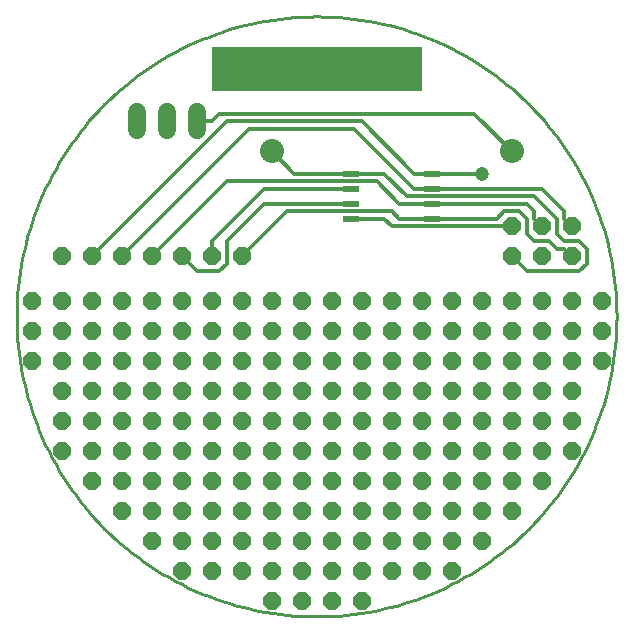
<source format=gbl>
G75*
%MOIN*%
%OFA0B0*%
%FSLAX25Y25*%
%IPPOS*%
%LPD*%
%AMOC8*
5,1,8,0,0,1.08239X$1,22.5*
%
%ADD10C,0.01000*%
%ADD11R,0.70000X0.15000*%
%ADD12C,0.08000*%
%ADD13R,0.05512X0.01969*%
%ADD14OC8,0.06000*%
%ADD15C,0.06000*%
%ADD16C,0.01181*%
%ADD17OC8,0.05906*%
%ADD18C,0.04750*%
D10*
X0001500Y0101500D02*
X0001530Y0103954D01*
X0001620Y0106407D01*
X0001771Y0108856D01*
X0001982Y0111302D01*
X0002252Y0113741D01*
X0002582Y0116173D01*
X0002972Y0118596D01*
X0003421Y0121009D01*
X0003930Y0123410D01*
X0004497Y0125798D01*
X0005122Y0128171D01*
X0005806Y0130528D01*
X0006547Y0132868D01*
X0007346Y0135189D01*
X0008201Y0137490D01*
X0009112Y0139768D01*
X0010079Y0142024D01*
X0011101Y0144256D01*
X0012178Y0146461D01*
X0013308Y0148640D01*
X0014491Y0150790D01*
X0015727Y0152910D01*
X0017015Y0155000D01*
X0018353Y0157057D01*
X0019742Y0159081D01*
X0021179Y0161070D01*
X0022665Y0163023D01*
X0024199Y0164939D01*
X0025779Y0166817D01*
X0027405Y0168656D01*
X0029075Y0170454D01*
X0030789Y0172211D01*
X0032546Y0173925D01*
X0034344Y0175595D01*
X0036183Y0177221D01*
X0038061Y0178801D01*
X0039977Y0180335D01*
X0041930Y0181821D01*
X0043919Y0183258D01*
X0045943Y0184647D01*
X0048000Y0185985D01*
X0050090Y0187273D01*
X0052210Y0188509D01*
X0054360Y0189692D01*
X0056539Y0190822D01*
X0058744Y0191899D01*
X0060976Y0192921D01*
X0063232Y0193888D01*
X0065510Y0194799D01*
X0067811Y0195654D01*
X0070132Y0196453D01*
X0072472Y0197194D01*
X0074829Y0197878D01*
X0077202Y0198503D01*
X0079590Y0199070D01*
X0081991Y0199579D01*
X0084404Y0200028D01*
X0086827Y0200418D01*
X0089259Y0200748D01*
X0091698Y0201018D01*
X0094144Y0201229D01*
X0096593Y0201380D01*
X0099046Y0201470D01*
X0101500Y0201500D01*
X0103954Y0201470D01*
X0106407Y0201380D01*
X0108856Y0201229D01*
X0111302Y0201018D01*
X0113741Y0200748D01*
X0116173Y0200418D01*
X0118596Y0200028D01*
X0121009Y0199579D01*
X0123410Y0199070D01*
X0125798Y0198503D01*
X0128171Y0197878D01*
X0130528Y0197194D01*
X0132868Y0196453D01*
X0135189Y0195654D01*
X0137490Y0194799D01*
X0139768Y0193888D01*
X0142024Y0192921D01*
X0144256Y0191899D01*
X0146461Y0190822D01*
X0148640Y0189692D01*
X0150790Y0188509D01*
X0152910Y0187273D01*
X0155000Y0185985D01*
X0157057Y0184647D01*
X0159081Y0183258D01*
X0161070Y0181821D01*
X0163023Y0180335D01*
X0164939Y0178801D01*
X0166817Y0177221D01*
X0168656Y0175595D01*
X0170454Y0173925D01*
X0172211Y0172211D01*
X0173925Y0170454D01*
X0175595Y0168656D01*
X0177221Y0166817D01*
X0178801Y0164939D01*
X0180335Y0163023D01*
X0181821Y0161070D01*
X0183258Y0159081D01*
X0184647Y0157057D01*
X0185985Y0155000D01*
X0187273Y0152910D01*
X0188509Y0150790D01*
X0189692Y0148640D01*
X0190822Y0146461D01*
X0191899Y0144256D01*
X0192921Y0142024D01*
X0193888Y0139768D01*
X0194799Y0137490D01*
X0195654Y0135189D01*
X0196453Y0132868D01*
X0197194Y0130528D01*
X0197878Y0128171D01*
X0198503Y0125798D01*
X0199070Y0123410D01*
X0199579Y0121009D01*
X0200028Y0118596D01*
X0200418Y0116173D01*
X0200748Y0113741D01*
X0201018Y0111302D01*
X0201229Y0108856D01*
X0201380Y0106407D01*
X0201470Y0103954D01*
X0201500Y0101500D01*
X0201470Y0099046D01*
X0201380Y0096593D01*
X0201229Y0094144D01*
X0201018Y0091698D01*
X0200748Y0089259D01*
X0200418Y0086827D01*
X0200028Y0084404D01*
X0199579Y0081991D01*
X0199070Y0079590D01*
X0198503Y0077202D01*
X0197878Y0074829D01*
X0197194Y0072472D01*
X0196453Y0070132D01*
X0195654Y0067811D01*
X0194799Y0065510D01*
X0193888Y0063232D01*
X0192921Y0060976D01*
X0191899Y0058744D01*
X0190822Y0056539D01*
X0189692Y0054360D01*
X0188509Y0052210D01*
X0187273Y0050090D01*
X0185985Y0048000D01*
X0184647Y0045943D01*
X0183258Y0043919D01*
X0181821Y0041930D01*
X0180335Y0039977D01*
X0178801Y0038061D01*
X0177221Y0036183D01*
X0175595Y0034344D01*
X0173925Y0032546D01*
X0172211Y0030789D01*
X0170454Y0029075D01*
X0168656Y0027405D01*
X0166817Y0025779D01*
X0164939Y0024199D01*
X0163023Y0022665D01*
X0161070Y0021179D01*
X0159081Y0019742D01*
X0157057Y0018353D01*
X0155000Y0017015D01*
X0152910Y0015727D01*
X0150790Y0014491D01*
X0148640Y0013308D01*
X0146461Y0012178D01*
X0144256Y0011101D01*
X0142024Y0010079D01*
X0139768Y0009112D01*
X0137490Y0008201D01*
X0135189Y0007346D01*
X0132868Y0006547D01*
X0130528Y0005806D01*
X0128171Y0005122D01*
X0125798Y0004497D01*
X0123410Y0003930D01*
X0121009Y0003421D01*
X0118596Y0002972D01*
X0116173Y0002582D01*
X0113741Y0002252D01*
X0111302Y0001982D01*
X0108856Y0001771D01*
X0106407Y0001620D01*
X0103954Y0001530D01*
X0101500Y0001500D01*
X0099046Y0001530D01*
X0096593Y0001620D01*
X0094144Y0001771D01*
X0091698Y0001982D01*
X0089259Y0002252D01*
X0086827Y0002582D01*
X0084404Y0002972D01*
X0081991Y0003421D01*
X0079590Y0003930D01*
X0077202Y0004497D01*
X0074829Y0005122D01*
X0072472Y0005806D01*
X0070132Y0006547D01*
X0067811Y0007346D01*
X0065510Y0008201D01*
X0063232Y0009112D01*
X0060976Y0010079D01*
X0058744Y0011101D01*
X0056539Y0012178D01*
X0054360Y0013308D01*
X0052210Y0014491D01*
X0050090Y0015727D01*
X0048000Y0017015D01*
X0045943Y0018353D01*
X0043919Y0019742D01*
X0041930Y0021179D01*
X0039977Y0022665D01*
X0038061Y0024199D01*
X0036183Y0025779D01*
X0034344Y0027405D01*
X0032546Y0029075D01*
X0030789Y0030789D01*
X0029075Y0032546D01*
X0027405Y0034344D01*
X0025779Y0036183D01*
X0024199Y0038061D01*
X0022665Y0039977D01*
X0021179Y0041930D01*
X0019742Y0043919D01*
X0018353Y0045943D01*
X0017015Y0048000D01*
X0015727Y0050090D01*
X0014491Y0052210D01*
X0013308Y0054360D01*
X0012178Y0056539D01*
X0011101Y0058744D01*
X0010079Y0060976D01*
X0009112Y0063232D01*
X0008201Y0065510D01*
X0007346Y0067811D01*
X0006547Y0070132D01*
X0005806Y0072472D01*
X0005122Y0074829D01*
X0004497Y0077202D01*
X0003930Y0079590D01*
X0003421Y0081991D01*
X0002972Y0084404D01*
X0002582Y0086827D01*
X0002252Y0089259D01*
X0001982Y0091698D01*
X0001771Y0094144D01*
X0001620Y0096593D01*
X0001530Y0099046D01*
X0001500Y0101500D01*
D11*
X0101500Y0184000D03*
D12*
X0086500Y0156500D03*
X0166500Y0156500D03*
D13*
X0139902Y0149000D03*
X0139902Y0144000D03*
X0139902Y0139000D03*
X0139902Y0134000D03*
X0113098Y0134000D03*
X0113098Y0138961D03*
X0113098Y0143961D03*
X0113098Y0148961D03*
D14*
X0076500Y0121500D03*
X0066500Y0121500D03*
X0056500Y0121500D03*
X0046500Y0121500D03*
X0036500Y0121500D03*
X0026500Y0121500D03*
X0016500Y0121500D03*
X0166500Y0121500D03*
X0176500Y0121500D03*
X0176500Y0131500D03*
X0166500Y0131500D03*
X0186500Y0131500D03*
X0186500Y0121500D03*
D15*
X0061500Y0163500D02*
X0061500Y0169500D01*
X0051500Y0169500D02*
X0051500Y0163500D01*
X0041500Y0163500D02*
X0041500Y0169500D01*
D16*
X0061500Y0166500D02*
X0066500Y0166500D01*
X0069000Y0169000D01*
X0154000Y0169000D01*
X0166500Y0156500D01*
X0156500Y0149000D02*
X0139902Y0149000D01*
X0134000Y0149000D01*
X0116500Y0166500D01*
X0071500Y0166500D01*
X0026500Y0121500D01*
X0036500Y0121500D02*
X0079000Y0164000D01*
X0114000Y0164000D01*
X0134000Y0144000D01*
X0139902Y0144000D01*
X0176500Y0144000D01*
X0184000Y0136500D01*
X0184000Y0134000D01*
X0186500Y0131500D01*
X0181500Y0134000D02*
X0174000Y0141500D01*
X0131500Y0141500D01*
X0124039Y0148961D01*
X0113098Y0148961D01*
X0094039Y0148961D01*
X0086500Y0156500D01*
X0083961Y0143961D02*
X0066500Y0126500D01*
X0066500Y0121500D01*
X0069000Y0116500D02*
X0061500Y0116500D01*
X0056500Y0121500D01*
X0046500Y0121500D02*
X0071500Y0146500D01*
X0121500Y0146500D01*
X0129000Y0139000D01*
X0139902Y0139000D01*
X0171500Y0139000D01*
X0174000Y0136500D01*
X0174000Y0134000D01*
X0176500Y0131500D01*
X0171500Y0134000D02*
X0171500Y0129000D01*
X0174000Y0126500D01*
X0179000Y0126500D01*
X0181500Y0124000D01*
X0184000Y0124000D01*
X0186500Y0121500D01*
X0189000Y0116500D02*
X0171500Y0116500D01*
X0166500Y0121500D01*
X0166500Y0131500D02*
X0126500Y0131500D01*
X0124000Y0134000D01*
X0113098Y0134000D01*
X0113098Y0138961D02*
X0083961Y0138961D01*
X0071500Y0126500D01*
X0071500Y0119000D01*
X0069000Y0116500D01*
X0076500Y0121500D02*
X0091500Y0136500D01*
X0126500Y0136500D01*
X0129000Y0134000D01*
X0139902Y0134000D01*
X0161500Y0134000D01*
X0164000Y0136500D01*
X0169000Y0136500D01*
X0171500Y0134000D01*
X0181500Y0134000D02*
X0181500Y0129000D01*
X0184000Y0126500D01*
X0189000Y0126500D01*
X0191500Y0124000D01*
X0191500Y0119000D01*
X0189000Y0116500D01*
X0113098Y0143961D02*
X0083961Y0143961D01*
D17*
X0036500Y0036500D03*
X0036500Y0046500D03*
X0026500Y0046500D03*
X0026500Y0056500D03*
X0036500Y0056500D03*
X0036500Y0066500D03*
X0026500Y0066500D03*
X0026500Y0076500D03*
X0036500Y0076500D03*
X0036500Y0086500D03*
X0026500Y0086500D03*
X0026500Y0096500D03*
X0036500Y0096500D03*
X0036500Y0106500D03*
X0026500Y0106500D03*
X0016500Y0106500D03*
X0016500Y0096500D03*
X0016500Y0086500D03*
X0016500Y0076500D03*
X0016500Y0066500D03*
X0016500Y0056500D03*
X0046500Y0056500D03*
X0046500Y0046500D03*
X0046500Y0036500D03*
X0046500Y0026500D03*
X0056500Y0026500D03*
X0056500Y0036500D03*
X0056500Y0046500D03*
X0056500Y0056500D03*
X0056500Y0066500D03*
X0056500Y0076500D03*
X0056500Y0086500D03*
X0056500Y0096500D03*
X0056500Y0106500D03*
X0046500Y0106500D03*
X0046500Y0096500D03*
X0046500Y0086500D03*
X0046500Y0076500D03*
X0046500Y0066500D03*
X0066500Y0066500D03*
X0066500Y0056500D03*
X0066500Y0046500D03*
X0066500Y0036500D03*
X0066500Y0026500D03*
X0066500Y0016500D03*
X0056500Y0016500D03*
X0076500Y0016500D03*
X0076500Y0026500D03*
X0076500Y0036500D03*
X0076500Y0046500D03*
X0076500Y0056500D03*
X0076500Y0066500D03*
X0076500Y0076500D03*
X0076500Y0086500D03*
X0076500Y0096500D03*
X0076500Y0106500D03*
X0066500Y0106500D03*
X0066500Y0096500D03*
X0066500Y0086500D03*
X0066500Y0076500D03*
X0086500Y0076500D03*
X0086500Y0066500D03*
X0086500Y0056500D03*
X0086500Y0046500D03*
X0086500Y0036500D03*
X0086500Y0026500D03*
X0086500Y0016500D03*
X0086500Y0006500D03*
X0096500Y0006500D03*
X0096500Y0016500D03*
X0096500Y0026500D03*
X0096500Y0036500D03*
X0096500Y0046500D03*
X0096500Y0056500D03*
X0096500Y0066500D03*
X0096500Y0076500D03*
X0096500Y0086500D03*
X0096500Y0096500D03*
X0096500Y0106500D03*
X0086500Y0106500D03*
X0086500Y0096500D03*
X0086500Y0086500D03*
X0106500Y0086500D03*
X0106500Y0076500D03*
X0106500Y0066500D03*
X0106500Y0056500D03*
X0106500Y0046500D03*
X0106500Y0036500D03*
X0106500Y0026500D03*
X0106500Y0016500D03*
X0106500Y0006500D03*
X0116500Y0006500D03*
X0116500Y0016500D03*
X0116500Y0026500D03*
X0116500Y0036500D03*
X0116500Y0046500D03*
X0116500Y0056500D03*
X0116500Y0066500D03*
X0116500Y0076500D03*
X0116500Y0086500D03*
X0116500Y0096500D03*
X0116500Y0106500D03*
X0106500Y0106500D03*
X0106500Y0096500D03*
X0126500Y0096500D03*
X0126500Y0086500D03*
X0126500Y0076500D03*
X0126500Y0066500D03*
X0126500Y0056500D03*
X0126500Y0046500D03*
X0126500Y0036500D03*
X0126500Y0026500D03*
X0126500Y0016500D03*
X0136500Y0016500D03*
X0136500Y0026500D03*
X0136500Y0036500D03*
X0136500Y0046500D03*
X0136500Y0056500D03*
X0136500Y0066500D03*
X0136500Y0076500D03*
X0136500Y0086500D03*
X0136500Y0096500D03*
X0136500Y0106500D03*
X0126500Y0106500D03*
X0146500Y0106500D03*
X0146500Y0096500D03*
X0146500Y0086500D03*
X0146500Y0076500D03*
X0146500Y0066500D03*
X0146500Y0056500D03*
X0146500Y0046500D03*
X0146500Y0036500D03*
X0146500Y0026500D03*
X0146500Y0016500D03*
X0156500Y0026500D03*
X0156500Y0036500D03*
X0156500Y0046500D03*
X0156500Y0056500D03*
X0156500Y0066500D03*
X0156500Y0076500D03*
X0156500Y0086500D03*
X0156500Y0096500D03*
X0156500Y0106500D03*
X0166500Y0106500D03*
X0176500Y0106500D03*
X0176500Y0096500D03*
X0166500Y0096500D03*
X0166500Y0086500D03*
X0176500Y0086500D03*
X0176500Y0076500D03*
X0166500Y0076500D03*
X0166500Y0066500D03*
X0176500Y0066500D03*
X0176500Y0056500D03*
X0166500Y0056500D03*
X0166500Y0046500D03*
X0176500Y0046500D03*
X0166500Y0036500D03*
X0186500Y0056500D03*
X0186500Y0066500D03*
X0186500Y0076500D03*
X0186500Y0086500D03*
X0186500Y0096500D03*
X0186500Y0106500D03*
X0196500Y0106500D03*
X0196500Y0096500D03*
X0196500Y0086500D03*
X0006500Y0086500D03*
X0006500Y0096500D03*
X0006500Y0106500D03*
D18*
X0156500Y0149000D03*
M02*

</source>
